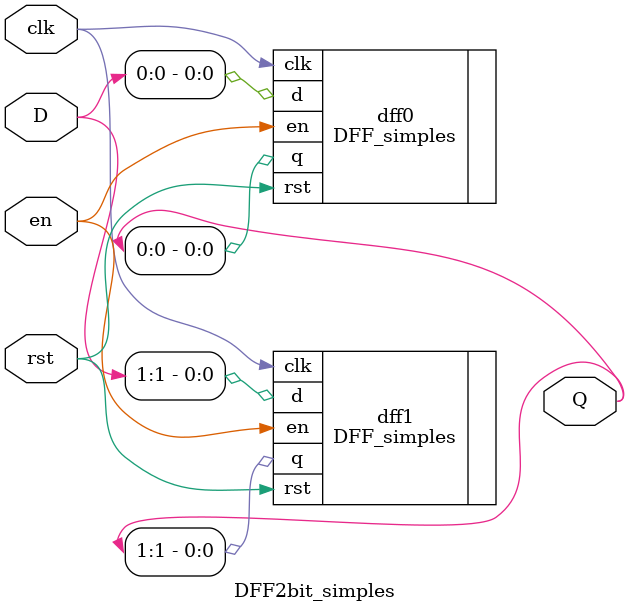
<source format=v>
module DFF2bit_simples(
    input  [1:0] D,      // Entrada de dados de 2 bits
    input        clk,    // Clock (borda de subida)
    input        rst,    // Reset (ativo baixo)
    input        en,     // Enable (carrega quando en=1)
    output [1:0] Q       // Saída de 2 bits
);
    
    // 2 flip-flops D individuais
    DFF_simples dff0(.d(D[0]), .clk(clk), .rst(rst), .en(en), .q(Q[0]));
    DFF_simples dff1(.d(D[1]), .clk(clk), .rst(rst), .en(en), .q(Q[1]));
    
endmodule


</source>
